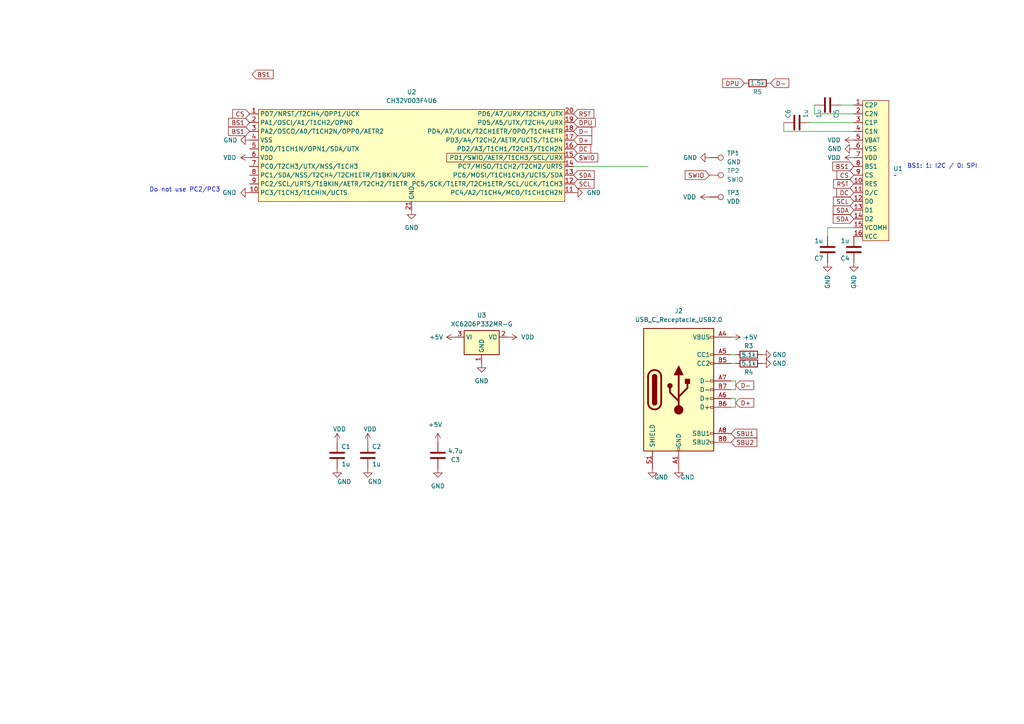
<source format=kicad_sch>
(kicad_sch (version 20231120) (generator "eeschema") (generator_version "8.0")
  (paper "A4")
  (lib_symbols
    (symbol "CH32V003F4U6:CH32V003F4U6"
      (property "Reference" "U" (at 0 0 0))
      (property "Value" "CH32V003F4U6" (at 0 3.81 0))
      (symbol "CH32V003F4U6_0_1"
        (rectangle (start -44.45 12.7) (end 44.45 -13.97) (fill (type background)))
        (rectangle (start 10.16 0) (end 44.45 -2.54) (fill (type background)))
      )
      (symbol "CH32V003F4U6_1_1"
        (pin bidirectional line (at -46.99 11.43 0) (length 2.54) (name "PD7/NRST/T2CH4/OPP1/UCK") (number "1"))
        (pin bidirectional line (at -46.99 -11.43 0) (length 2.54) (name "PC3/T1CH3/T1CHIN/UCTS") (number "10"))
        (pin bidirectional line (at 46.99 -11.43 180) (length 2.54) (name "PC4/A2/T1CH4/MCO/T1CH1CH2N") (number "11"))
        (pin bidirectional line (at 46.99 -8.89 180) (length 2.54) (name "PC5/SCK/T1ETR/T2CH1ETR/SCL/UCK/T1CH3") (number "12"))
        (pin bidirectional line (at 46.99 -6.35 180) (length 2.54) (name "PC6/MOSI/T1CH1CH3/UCTS/SDA") (number "13"))
        (pin bidirectional line (at 46.99 -3.81 180) (length 2.54) (name "PC7/MISO/T1CH2/T2CH2/URTS") (number "14"))
        (pin bidirectional line (at 46.99 -1.27 180) (length 2.54) (name "PD1/SWIO/AETR/T1CH3/SCL/URX") (number "15"))
        (pin bidirectional line (at 46.99 1.27 180) (length 2.54) (name "PD2/A3/T1CH1/T2CH3/T1CH2N") (number "16"))
        (pin bidirectional line (at 46.99 3.81 180) (length 2.54) (name "PD3/A4/T2CH2/AETR/UCTS/T1CH4") (number "17"))
        (pin bidirectional line (at 46.99 6.35 180) (length 2.54) (name "PD4/A7/UCK/T2CH1ETR/OPO/T1CH4ETR") (number "18"))
        (pin bidirectional line (at 46.99 8.89 180) (length 2.54) (name "PD5/A5/UTX/T2CH4/URX") (number "19"))
        (pin bidirectional line (at -46.99 8.89 0) (length 2.54) (name "PA1/OSCI/A1/T1CH2/OPN0") (number "2"))
        (pin bidirectional line (at 46.99 11.43 180) (length 2.54) (name "PD6/A7/URX/T2CH3/UTX") (number "20"))
        (pin bidirectional line (at 0 -16.51 90) (length 2.54) (name "GND") (number "21"))
        (pin bidirectional line (at -46.99 6.35 0) (length 2.54) (name "PA2/OSCO/A0/T1CH2N/OPP0/AETR2") (number "3"))
        (pin bidirectional line (at -46.99 3.81 0) (length 2.54) (name "VSS") (number "4"))
        (pin bidirectional line (at -46.99 1.27 0) (length 2.54) (name "PD0/T1CH1N/OPN1/SDA/UTX") (number "5"))
        (pin bidirectional line (at -46.99 -1.27 0) (length 2.54) (name "VDD") (number "6"))
        (pin bidirectional line (at -46.99 -3.81 0) (length 2.54) (name "PC0/T2CH3/UTX/NSS/T1CH3") (number "7"))
        (pin bidirectional line (at -46.99 -6.35 0) (length 2.54) (name "PC1/SDA/NSS/T2CH4/T2CH1ETR/T1BKIN/URX") (number "8"))
        (pin bidirectional line (at -46.99 -8.89 0) (length 2.54) (name "PC2/SCL/URTS/T1BKIN/AETR/T2CH2/T1ETR") (number "9"))
      )
    )
    (symbol "Connector:TestPoint" (pin_numbers hide) (pin_names (offset 0.762) hide)
      (property "Reference" "TP" (at 0 6.858 0))
      (property "Value" "TestPoint" (at 0 5.08 0))
      (symbol "TestPoint_0_1"
        (circle (center 0 3.302) (radius 0.762))
      )
      (symbol "TestPoint_1_1"
        (pin passive line (at 0 0 90) (length 2.54) (name "1") (number "1"))
      )
    )
    (symbol "Connector:USB_C_Receptacle_USB2.0" (pin_names (offset 1.016))
      (property "Reference" "J" (at -10.16 19.05 0))
      (property "Value" "USB_C_Receptacle_USB2.0" (at 19.05 19.05 0))
      (symbol "USB_C_Receptacle_USB2.0_0_0"
        (rectangle (start -0.254 -17.78) (end 0.254 -16.764))
        (rectangle (start 10.16 -14.986) (end 9.144 -15.494))
        (rectangle (start 10.16 -12.446) (end 9.144 -12.954))
        (rectangle (start 10.16 -4.826) (end 9.144 -5.334))
        (rectangle (start 10.16 -2.286) (end 9.144 -2.794))
        (rectangle (start 10.16 0.254) (end 9.144 -0.254))
        (rectangle (start 10.16 2.794) (end 9.144 2.286))
        (rectangle (start 10.16 7.874) (end 9.144 7.366))
        (rectangle (start 10.16 10.414) (end 9.144 9.906))
        (rectangle (start 10.16 15.494) (end 9.144 14.986))
      )
      (symbol "USB_C_Receptacle_USB2.0_0_1"
        (rectangle (start -10.16 17.78) (end 10.16 -17.78) (stroke (width 0.254)) (fill (type background)))
        (arc (start -8.89 -3.81) (mid -6.985 -5.7067) (end -5.08 -3.81) (stroke (width 0.508)))
        (arc (start -7.62 -3.81) (mid -6.985 -4.4423) (end -6.35 -3.81) (stroke (width 0.254)))
        (arc (start -7.62 -3.81) (mid -6.985 -4.4423) (end -6.35 -3.81) (stroke (width 0.254)) (fill (type outline)))
        (rectangle (start -7.62 -3.81) (end -6.35 3.81) (stroke (width 0.254)) (fill (type outline)))
        (arc (start -6.35 3.81) (mid -6.985 4.4423) (end -7.62 3.81) (stroke (width 0.254)))
        (arc (start -6.35 3.81) (mid -6.985 4.4423) (end -7.62 3.81) (stroke (width 0.254)) (fill (type outline)))
        (arc (start -5.08 3.81) (mid -6.985 5.7067) (end -8.89 3.81) (stroke (width 0.508)))
        (circle (center -2.54 1.143) (radius 0.635) (stroke (width 0.254)) (fill (type outline)))
        (circle (center 0 -5.842) (radius 1.27) (fill (type outline)))
        (polyline (pts (xy -8.89 -3.81) (xy -8.89 3.81)) (stroke (width 0.508)))
        (polyline (pts (xy -5.08 3.81) (xy -5.08 -3.81)) (stroke (width 0.508)))
        (polyline (pts (xy 0 -5.842) (xy 0 4.318)) (stroke (width 0.508)))
        (polyline (pts (xy 0 -3.302) (xy -2.54 -0.762) (xy -2.54 0.508)) (stroke (width 0.508)))
        (polyline (pts (xy 0 -2.032) (xy 2.54 0.508) (xy 2.54 1.778)) (stroke (width 0.508)))
        (polyline (pts (xy -1.27 4.318) (xy 0 6.858) (xy 1.27 4.318) (xy -1.27 4.318)) (stroke (width 0.254)) (fill (type outline)))
        (rectangle (start 1.905 1.778) (end 3.175 3.048) (stroke (width 0.254)) (fill (type outline)))
      )
      (symbol "USB_C_Receptacle_USB2.0_1_1"
        (pin passive line (at 0 -22.86 90) (length 5.08) (name "GND") (number "A1"))
        (pin passive line (at 0 -22.86 90) (length 5.08) hide (name "GND") (number "A12"))
        (pin passive line (at 15.24 15.24 180) (length 5.08) (name "VBUS") (number "A4"))
        (pin bidirectional line (at 15.24 10.16 180) (length 5.08) (name "CC1") (number "A5"))
        (pin bidirectional line (at 15.24 -2.54 180) (length 5.08) (name "D+") (number "A6"))
        (pin bidirectional line (at 15.24 2.54 180) (length 5.08) (name "D-") (number "A7"))
        (pin bidirectional line (at 15.24 -12.7 180) (length 5.08) (name "SBU1") (number "A8"))
        (pin passive line (at 15.24 15.24 180) (length 5.08) hide (name "VBUS") (number "A9"))
        (pin passive line (at 0 -22.86 90) (length 5.08) hide (name "GND") (number "B1"))
        (pin passive line (at 0 -22.86 90) (length 5.08) hide (name "GND") (number "B12"))
        (pin passive line (at 15.24 15.24 180) (length 5.08) hide (name "VBUS") (number "B4"))
        (pin bidirectional line (at 15.24 7.62 180) (length 5.08) (name "CC2") (number "B5"))
        (pin bidirectional line (at 15.24 -5.08 180) (length 5.08) (name "D+") (number "B6"))
        (pin bidirectional line (at 15.24 0 180) (length 5.08) (name "D-") (number "B7"))
        (pin bidirectional line (at 15.24 -15.24 180) (length 5.08) (name "SBU2") (number "B8"))
        (pin passive line (at 15.24 15.24 180) (length 5.08) hide (name "VBUS") (number "B9"))
        (pin passive line (at -7.62 -22.86 90) (length 5.08) (name "SHIELD") (number "S1"))
      )
    )
    (symbol "Device:C" (pin_numbers hide) (pin_names (offset 0.254))
      (property "Reference" "C" (at 0.635 2.54 0))
      (property "Value" "C" (at 0.635 -2.54 0))
      (symbol "C_0_1"
        (polyline (pts (xy -2.032 -0.762) (xy 2.032 -0.762)) (stroke (width 0.508)))
        (polyline (pts (xy -2.032 0.762) (xy 2.032 0.762)) (stroke (width 0.508)))
      )
      (symbol "C_1_1"
        (pin passive line (at 0 3.81 270) (length 2.794) (name "~") (number "1"))
        (pin passive line (at 0 -3.81 90) (length 2.794) (name "~") (number "2"))
      )
    )
    (symbol "Device:R" (pin_numbers hide) (pin_names (offset 0))
      (property "Reference" "R" (at 2.032 0 90))
      (property "Value" "R" (at 0 0 90))
      (symbol "R_0_1"
        (rectangle (start -1.016 -2.54) (end 1.016 2.54) (stroke (width 0.254)))
      )
      (symbol "R_1_1"
        (pin passive line (at 0 3.81 270) (length 1.27) (name "~") (number "1"))
        (pin passive line (at 0 -3.81 90) (length 1.27) (name "~") (number "2"))
      )
    )
    (symbol "Regulator_Linear:LM1117S-3.3"
      (property "Reference" "U" (at -3.81 3.175 0))
      (property "Value" "LM1117S-3.3" (at 0 3.175 0))
      (symbol "LM1117S-3.3_0_1"
        (rectangle (start -5.08 -5.08) (end 5.08 1.905) (stroke (width 0.254)) (fill (type background)))
      )
      (symbol "LM1117S-3.3_1_1"
        (pin power_in line (at 0 -7.62 90) (length 2.54) (name "GND") (number "1"))
        (pin power_out line (at 7.62 0 180) (length 2.54) (name "VO") (number "2"))
        (pin power_in line (at -7.62 0 0) (length 2.54) (name "VI") (number "3"))
      )
    )
    (symbol "cnhardware:OLED-0.42-72x40"
      (property "Reference" "U" (at -1.016 21.336 0))
      (symbol "OLED-0.42-72x40_1_1"
        (rectangle (start -3.81 20.32) (end 3.81 -20.32) (fill (type background)))
        (pin bidirectional line (at -6.35 19.05 0) (length 2.54) (name "C2P") (number "1"))
        (pin bidirectional line (at -6.35 -3.81 0) (length 2.54) (name "RES") (number "10"))
        (pin bidirectional line (at -6.35 -6.35 0) (length 2.54) (name "D/C") (number "11"))
        (pin bidirectional line (at -6.35 -8.89 0) (length 2.54) (name "D0") (number "12"))
        (pin bidirectional line (at -6.35 -11.43 0) (length 2.54) (name "D1") (number "13"))
        (pin bidirectional line (at -6.35 -13.97 0) (length 2.54) (name "D2") (number "14"))
        (pin bidirectional line (at -6.35 -16.51 0) (length 2.54) (name "VCOMH") (number "15"))
        (pin bidirectional line (at -6.35 -19.05 0) (length 2.54) (name "VCC") (number "16"))
        (pin bidirectional line (at -6.35 16.51 0) (length 2.54) (name "C2N") (number "2"))
        (pin bidirectional line (at -6.35 13.97 0) (length 2.54) (name "C1P") (number "3"))
        (pin bidirectional line (at -6.35 11.43 0) (length 2.54) (name "C1N") (number "4"))
        (pin bidirectional line (at -6.35 8.89 0) (length 2.54) (name "VBAT") (number "5"))
        (pin bidirectional line (at -6.35 6.35 0) (length 2.54) (name "VSS") (number "6"))
        (pin bidirectional line (at -6.35 3.81 0) (length 2.54) (name "VDD") (number "7"))
        (pin bidirectional line (at -6.35 1.27 0) (length 2.54) (name "BS1") (number "8"))
        (pin bidirectional line (at -6.35 -1.27 0) (length 2.54) (name "CS") (number "9"))
      )
    )
    (symbol "power:+5V" (power) (pin_names (offset 0))
      (property "Value" "+5V" (at 0 3.556 0))
      (symbol "+5V_0_1"
        (polyline (pts (xy -0.762 1.27) (xy 0 2.54)))
        (polyline (pts (xy 0 0) (xy 0 2.54)))
        (polyline (pts (xy 0 2.54) (xy 0.762 1.27)))
      )
      (symbol "+5V_1_1"
        (pin power_in line (at 0 0 90) (length 0) hide (name "+5V") (number "1"))
      )
    )
    (symbol "power:GND" (power) (pin_names (offset 0))
      (property "Value" "GND" (at 0 -3.81 0))
      (symbol "GND_0_1"
        (polyline (pts (xy 0 0) (xy 0 -1.27) (xy 1.27 -1.27) (xy 0 -2.54) (xy -1.27 -1.27) (xy 0 -1.27)))
      )
      (symbol "GND_1_1"
        (pin power_in line (at 0 0 270) (length 0) hide (name "GND") (number "1"))
      )
    )
    (symbol "power:VDD" (power) (pin_names (offset 0))
      (property "Value" "VDD" (at 0 3.81 0))
      (symbol "VDD_0_1"
        (polyline (pts (xy -0.762 1.27) (xy 0 2.54)))
        (polyline (pts (xy 0 0) (xy 0 2.54)))
        (polyline (pts (xy 0 2.54) (xy 0.762 1.27)))
      )
      (symbol "VDD_1_1"
        (pin power_in line (at 0 0 90) (length 0) hide (name "VDD") (number "1"))
      )
    )
  )
  (wire (pts (xy 213.36 118.11) (xy 212.09 118.11)))
  (wire (pts (xy 240.03 66.04) (xy 247.65 66.04)))
  (wire (pts (xy 212.09 113.03) (xy 213.36 113.03)))
  (wire (pts (xy 240.03 68.58) (xy 240.03 66.04)))
  (wire (pts (xy 213.36 115.57) (xy 213.36 118.11)))
  (wire (pts (xy 243.84 30.48) (xy 247.65 30.48)))
  (wire (pts (xy 236.22 33.02) (xy 247.65 33.02)))
  (wire (pts (xy 227.33 38.1) (xy 227.33 35.56)))
  (wire (pts (xy 236.22 30.48) (xy 236.22 33.02)))
  (wire (pts (xy 213.36 115.57) (xy 212.09 115.57)))
  (wire (pts (xy 213.36 110.49) (xy 212.09 110.49)))
  (wire (pts (xy 213.36 110.49) (xy 213.36 113.03)))
  (wire (pts (xy 166.37 48.26) (xy 187.96 48.26)))
  (wire (pts (xy 212.09 105.41) (xy 213.36 105.41)))
  (wire (pts (xy 234.95 35.56) (xy 247.65 35.56)))
  (wire (pts (xy 247.65 38.1) (xy 227.33 38.1)))
  (wire (pts (xy 212.09 102.87) (xy 213.36 102.87)))
  (text "Do not use PC2/PC3" (at 53.594 55.118 0) (effects (font (size 1.27 1.27))))
  (text "BS1: 1: I2C / 0: SPI" (at 273.304 48.26 0) (effects (font (size 1.27 1.27))))
  (global_label "D+" (shape input) (at 166.37 40.64 0) (property "Intersheetrefs" "${INTERSHEET_REFS}" (effects (hide yes))))
  (global_label "SWIO" (shape input) (at 166.37 45.72 0) (property "Intersheetrefs" "${INTERSHEET_REFS}" (effects (hide yes))))
  (global_label "SWIO" (shape input) (at 205.74 50.8 180) (property "Intersheetrefs" "${INTERSHEET_REFS}" (effects (hide yes))))
  (global_label "SDA" (shape input) (at 247.65 63.5 180) (property "Intersheetrefs" "${INTERSHEET_REFS}" (effects (hide yes))))
  (global_label "DPU" (shape input) (at 215.9 24.13 180) (property "Intersheetrefs" "${INTERSHEET_REFS}" (effects (hide yes))))
  (global_label "DC" (shape input) (at 166.37 43.18 0) (property "Intersheetrefs" "${INTERSHEET_REFS}" (effects (hide yes))))
  (global_label "D-" (shape input) (at 213.36 111.76 0) (property "Intersheetrefs" "${INTERSHEET_REFS}" (effects (hide yes))))
  (global_label "SDA" (shape input) (at 166.37 50.8 0) (property "Intersheetrefs" "${INTERSHEET_REFS}" (effects (hide yes))))
  (global_label "RST" (shape input) (at 166.37 33.02 0) (property "Intersheetrefs" "${INTERSHEET_REFS}" (effects (hide yes))))
  (global_label "BS1" (shape input) (at 247.65 48.26 180) (property "Intersheetrefs" "${INTERSHEET_REFS}" (effects (hide yes))))
  (global_label "SCL" (shape input) (at 166.37 53.34 0) (property "Intersheetrefs" "${INTERSHEET_REFS}" (effects (hide yes))))
  (global_label "D-" (shape input) (at 223.52 24.13 0) (property "Intersheetrefs" "${INTERSHEET_REFS}" (effects (hide yes))))
  (global_label "CS" (shape input) (at 72.39 33.02 180) (property "Intersheetrefs" "${INTERSHEET_REFS}" (effects (hide yes))))
  (global_label "CS" (shape input) (at 247.65 50.8 180) (property "Intersheetrefs" "${INTERSHEET_REFS}" (effects (hide yes))))
  (global_label "BS1" (shape input) (at 73.1147 21.5972 0) (property "Intersheetrefs" "${INTERSHEET_REFS}" (effects (hide yes))))
  (global_label "SDA" (shape input) (at 247.65 60.96 180) (property "Intersheetrefs" "${INTERSHEET_REFS}" (effects (hide yes))))
  (global_label "D-" (shape input) (at 166.37 38.1 0) (property "Intersheetrefs" "${INTERSHEET_REFS}" (effects (hide yes))))
  (global_label "SBU1" (shape input) (at 212.09 125.73 0) (property "Intersheetrefs" "${INTERSHEET_REFS}" (effects (hide yes))))
  (global_label "RST" (shape input) (at 247.65 53.34 180) (property "Intersheetrefs" "${INTERSHEET_REFS}" (effects (hide yes))))
  (global_label "SCL" (shape input) (at 247.65 58.42 180) (property "Intersheetrefs" "${INTERSHEET_REFS}" (effects (hide yes))))
  (global_label "BS1" (shape input) (at 72.39 38.1 180) (property "Intersheetrefs" "${INTERSHEET_REFS}" (effects (hide yes))))
  (global_label "DC" (shape input) (at 247.65 55.88 180) (property "Intersheetrefs" "${INTERSHEET_REFS}" (effects (hide yes))))
  (global_label "DPU" (shape input) (at 166.37 35.56 0) (property "Intersheetrefs" "${INTERSHEET_REFS}" (effects (hide yes))))
  (global_label "D+" (shape input) (at 213.36 116.84 0) (property "Intersheetrefs" "${INTERSHEET_REFS}" (effects (hide yes))))
  (global_label "SBU2" (shape input) (at 212.09 128.27 0) (property "Intersheetrefs" "${INTERSHEET_REFS}" (effects (hide yes))))
  (global_label "BS1" (shape input) (at 72.39 35.56 180) (property "Intersheetrefs" "${INTERSHEET_REFS}" (effects (hide yes))))
  (symbol (lib_id "power:VDD") (at 97.79 128.27 0) (unit 1)
    (property "Reference" "#PWR04" (effects (hide yes)))
    (property "Value" "VDD" (at 96.52 124.46 0) (effects (justify left)))
  )
  (symbol (lib_id "Connector:TestPoint") (at 205.74 45.72 270) (unit 1)
    (property "Reference" "TP1" (at 210.82 44.4499 90) (effects (justify left)))
    (property "Value" "GND" (at 210.82 46.9899 90) (effects (justify left)))
    (property "Footprint" "TestPoint:TestPoint_Pad_D1.0mm" (effects (hide yes)))
    (property "Description" "test point" (effects (hide yes)))
  )
  (symbol (lib_id "power:GND") (at 127 135.89 0) (unit 1)
    (property "Reference" "#PWR010" (effects (hide yes)))
    (property "Value" "GND" (at 127 140.97 0))
  )
  (symbol (lib_id "Device:C") (at 106.68 132.08 180) (unit 1)
    (property "Reference" "C2" (at 109.22 129.54 0))
    (property "Value" "1u" (at 109.22 134.62 0))
    (property "Footprint" "Resistor_SMD:R_0402_1005Metric" (effects (hide yes)))
    (property "LCSC" "C52923" (effects (hide yes)))
  )
  (symbol (lib_id "power:GND") (at 196.85 135.89 0) (unit 1)
    (property "Reference" "#PWR015" (effects (hide yes)))
    (property "Value" "GND" (at 199.39 138.43 0))
  )
  (symbol (lib_id "power:GND") (at 119.38 60.96 0) (unit 1)
    (property "Reference" "#PWR08" (effects (hide yes)))
    (property "Value" "GND" (at 119.38 66.04 0))
  )
  (symbol (lib_id "cnhardware:OLED-0.42-72x40") (at 254 49.53 0) (unit 1)
    (property "Reference" "U1" (at 259.08 48.8949 0) (effects (justify left)))
    (property "Value" "~" (at 259.08 50.8 0) (effects (justify left)))
    (property "Footprint" "cnhardware:P0.65mm_16_pin_OLED_FLEX_CONTACT" (effects (hide yes)))
  )
  (symbol (lib_id "Connector:TestPoint") (at 205.74 57.15 270) (unit 1)
    (property "Reference" "TP3" (at 210.82 55.8799 90) (effects (justify left)))
    (property "Value" "VDD" (at 210.82 58.4199 90) (effects (justify left)))
    (property "Footprint" "TestPoint:TestPoint_Pad_D1.0mm" (effects (hide yes)))
    (property "Description" "test point" (effects (hide yes)))
  )
  (symbol (lib_id "power:GND") (at 205.74 45.72 270) (unit 1)
    (property "Reference" "#PWR016" (effects (hide yes)))
    (property "Value" "GND" (at 198.12 45.72 90) (effects (justify left)))
  )
  (symbol (lib_id "power:GND") (at 220.98 105.41 90) (unit 1)
    (property "Reference" "#PWR021" (effects (hide yes)))
    (property "Value" "GND" (at 226.06 105.41 90))
  )
  (symbol (lib_id "Device:C") (at 240.03 72.39 0) (unit 1)
    (property "Reference" "C7" (at 237.49 74.93 0))
    (property "Value" "1u" (at 237.49 69.85 0))
    (property "Footprint" "Resistor_SMD:R_0402_1005Metric" (effects (hide yes)))
    (property "LCSC" "C52923" (effects (hide yes)))
  )
  (symbol (lib_id "power:+5V") (at 127 128.27 0) (unit 1)
    (property "Reference" "#PWR09" (effects (hide yes)))
    (property "Value" "+5V" (at 128.27 123.19 0) (effects (justify right)))
  )
  (symbol (lib_id "Device:R") (at 217.17 105.41 90) (unit 1)
    (property "Reference" "R4" (at 217.17 107.95 90))
    (property "Value" "5.1k" (at 217.17 105.41 90))
    (property "Footprint" "Resistor_SMD:R_0402_1005Metric" (effects (hide yes)))
    (property "LCSC" "C25905" (effects (hide yes)))
  )
  (symbol (lib_id "power:VDD") (at 247.65 45.72 90) (unit 1)
    (property "Reference" "#PWR023" (effects (hide yes)))
    (property "Value" "VDD" (at 243.84 45.7199 90) (effects (justify left)))
  )
  (symbol (lib_id "power:+5V") (at 212.09 97.79 270) (unit 1)
    (property "Reference" "#PWR019" (effects (hide yes)))
    (property "Value" "+5V" (at 219.71 97.79 90) (effects (justify right)))
  )
  (symbol (lib_id "power:+5V") (at 132.08 97.79 90) (unit 1)
    (property "Reference" "#PWR011" (effects (hide yes)))
    (property "Value" "+5V" (at 124.46 97.79 90) (effects (justify right)))
  )
  (symbol (lib_id "power:VDD") (at 247.65 40.64 90) (unit 1)
    (property "Reference" "#PWR018" (effects (hide yes)))
    (property "Value" "VDD" (at 243.84 40.6399 90) (effects (justify left)))
  )
  (symbol (lib_id "power:GND") (at 139.7 105.41 0) (unit 1)
    (property "Reference" "#PWR012" (effects (hide yes)))
    (property "Value" "GND" (at 139.7 110.49 0))
  )
  (symbol (lib_id "power:GND") (at 72.39 55.88 270) (unit 1)
    (property "Reference" "#PWR025" (effects (hide yes)))
    (property "Value" "GND" (at 68.58 55.8799 90) (effects (justify right)))
  )
  (symbol (lib_id "power:VDD") (at 205.74 57.15 90) (unit 1)
    (property "Reference" "#PWR017" (effects (hide yes)))
    (property "Value" "VDD" (at 201.93 57.1499 90) (effects (justify left)))
  )
  (symbol (lib_id "Device:R") (at 217.17 102.87 90) (unit 1)
    (property "Reference" "R3" (at 217.17 100.33 90))
    (property "Value" "5.1k" (at 217.17 102.87 90))
    (property "Footprint" "Resistor_SMD:R_0402_1005Metric" (effects (hide yes)))
    (property "LCSC" "C25905" (effects (hide yes)))
  )
  (symbol (lib_id "Device:C") (at 127 132.08 180) (unit 1)
    (property "Reference" "C3" (at 132.08 133.35 0))
    (property "Value" "4.7u" (at 132.08 130.81 0))
    (property "Footprint" "Resistor_SMD:R_0402_1005Metric" (effects (hide yes)))
    (property "LCSC" "C23733" (effects (hide yes)))
  )
  (symbol (lib_id "power:GND") (at 106.68 135.89 0) (unit 1)
    (property "Reference" "#PWR07" (effects (hide yes)))
    (property "Value" "GND" (at 106.68 139.7 0) (effects (justify left)))
  )
  (symbol (lib_id "power:GND") (at 97.79 135.89 0) (unit 1)
    (property "Reference" "#PWR05" (effects (hide yes)))
    (property "Value" "GND" (at 97.79 139.7 0) (effects (justify left)))
  )
  (symbol (lib_id "power:GND") (at 189.23 135.89 0) (unit 1)
    (property "Reference" "#PWR014" (effects (hide yes)))
    (property "Value" "GND" (at 191.77 138.43 0))
  )
  (symbol (lib_id "Connector:TestPoint") (at 205.74 50.8 270) (unit 1)
    (property "Reference" "TP2" (at 210.82 49.5299 90) (effects (justify left)))
    (property "Value" "SWIO" (at 210.82 52.0699 90) (effects (justify left)))
    (property "Footprint" "TestPoint:TestPoint_Pad_D1.0mm" (effects (hide yes)))
    (property "Description" "test point" (effects (hide yes)))
  )
  (symbol (lib_id "Device:C") (at 240.03 30.48 90) (unit 1)
    (property "Reference" "C5" (at 242.57 33.02 0))
    (property "Value" "1u" (at 237.49 33.02 0))
    (property "Footprint" "Resistor_SMD:R_0402_1005Metric" (effects (hide yes)))
    (property "LCSC" "C52923" (effects (hide yes)))
  )
  (symbol (lib_id "Device:C") (at 97.79 132.08 180) (unit 1)
    (property "Reference" "C1" (at 100.33 129.54 0))
    (property "Value" "1u" (at 100.33 134.62 0))
    (property "Footprint" "Resistor_SMD:R_0402_1005Metric" (effects (hide yes)))
    (property "LCSC" "C52923" (effects (hide yes)))
  )
  (symbol (lib_id "power:VDD") (at 106.68 128.27 0) (unit 1)
    (property "Reference" "#PWR06" (effects (hide yes)))
    (property "Value" "VDD" (at 105.41 124.46 0) (effects (justify left)))
  )
  (symbol (lib_id "power:GND") (at 247.65 43.18 270) (unit 1)
    (property "Reference" "#PWR022" (effects (hide yes)))
    (property "Value" "GND" (at 240.03 43.18 90) (effects (justify left)))
  )
  (symbol (lib_id "Regulator_Linear:LM1117S-3.3") (at 139.7 97.79 0) (unit 1)
    (property "Reference" "U3" (at 139.7 91.44 0))
    (property "Value" "XC6206P332MR-G" (at 139.7 93.98 0))
    (property "Footprint" "Package_TO_SOT_SMD:SOT-23" (effects (hide yes)))
    (property "Datasheet" "http://www.ti.com/lit/ds/symlink/lm1117.pdf" (effects (hide yes)))
    (property "LCSC" "C5446" (effects (hide yes)))
  )
  (symbol (lib_id "Device:C") (at 231.14 35.56 270) (unit 1)
    (property "Reference" "C6" (at 228.6 33.02 0))
    (property "Value" "1u" (at 233.68 33.02 0))
    (property "Footprint" "Resistor_SMD:R_0402_1005Metric" (effects (hide yes)))
    (property "LCSC" "C52923" (effects (hide yes)))
  )
  (symbol (lib_id "power:VDD") (at 147.32 97.79 270) (unit 1)
    (property "Reference" "#PWR013" (effects (hide yes)))
    (property "Value" "VDD" (at 151.13 97.79 90) (effects (justify left)))
  )
  (symbol (lib_id "Device:R") (at 219.71 24.13 90) (unit 1)
    (property "Reference" "R5" (at 219.71 26.67 90))
    (property "Value" "1.5k" (at 219.71 24.13 90))
    (property "Footprint" "Resistor_SMD:R_0402_1005Metric" (effects (hide yes)))
    (property "LCSC" "C25867" (effects (hide yes)))
  )
  (symbol (lib_id "power:GND") (at 166.37 55.88 90) (unit 1)
    (property "Reference" "#PWR026" (effects (hide yes)))
    (property "Value" "GND" (at 170.18 55.8799 90) (effects (justify right)))
  )
  (symbol (lib_id "Device:C") (at 247.65 72.39 0) (unit 1)
    (property "Reference" "C4" (at 245.11 74.93 0))
    (property "Value" "1u" (at 245.11 69.85 0))
    (property "Footprint" "Resistor_SMD:R_0402_1005Metric" (effects (hide yes)))
    (property "LCSC" "C52923" (effects (hide yes)))
  )
  (symbol (lib_id "power:GND") (at 240.03 76.2 0) (unit 1)
    (property "Reference" "#PWR024" (effects (hide yes)))
    (property "Value" "GND" (at 240.03 83.82 90) (effects (justify left)))
  )
  (symbol (lib_id "Connector:USB_C_Receptacle_USB2.0") (at 196.85 113.03 0) (unit 1)
    (property "Reference" "J2" (at 196.85 90.17 0))
    (property "Value" "USB_C_Receptacle_USB2.0" (at 196.85 92.71 0))
    (property "Footprint" "Connector_USB:USB_C_Receptacle_HRO_TYPE-C-31-M-12" (effects (hide yes)))
    (property "Datasheet" "https://www.usb.org/sites/default/files/documents/usb_type-c.zip" (effects (hide yes)))
    (property "LCSC" "C2765186" (effects (hide yes)))
  )
  (symbol (lib_id "power:GND") (at 247.65 76.2 0) (unit 1)
    (property "Reference" "#PWR01" (effects (hide yes)))
    (property "Value" "GND" (at 247.65 83.82 90) (effects (justify left)))
  )
  (symbol (lib_id "power:GND") (at 72.39 40.64 270) (unit 1)
    (property "Reference" "#PWR02" (effects (hide yes)))
    (property "Value" "GND" (at 64.77 40.64 90) (effects (justify left)))
  )
  (symbol (lib_id "CH32V003F4U6:CH32V003F4U6") (at 119.38 44.45 0) (unit 1)
    (property "Reference" "U2" (at 119.38 26.67 0))
    (property "Value" "CH32V003F4U6" (at 119.38 29.21 0))
    (property "Footprint" "Package_DFN_QFN:QFN-20-1EP_3x3mm_P0.4mm_EP1.65x1.65mm" (effects (hide yes)))
    (property "LCSC" "C5299908" (effects (hide yes)))
  )
  (symbol (lib_id "power:VDD") (at 72.39 45.72 90) (unit 1)
    (property "Reference" "#PWR03" (effects (hide yes)))
    (property "Value" "VDD" (at 68.58 45.7199 90) (effects (justify left)))
  )
  (symbol (lib_id "power:GND") (at 220.98 102.87 90) (unit 1)
    (property "Reference" "#PWR020" (effects (hide yes)))
    (property "Value" "GND" (at 226.06 102.87 90))
  )
)
</source>
